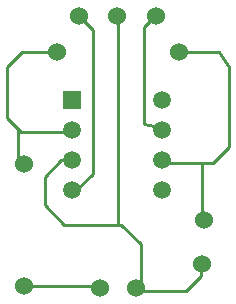
<source format=gtl>
G04 Layer: TopLayer*
G04 EasyEDA v6.3.43, 2020-06-06T15:57:54+05:30*
G04 0c4f591c9b8d4e2986bfd51771ce5363,ce87656978294113a3ba7bd55cf5f399,10*
G04 Gerber Generator version 0.2*
G04 Scale: 100 percent, Rotated: No, Reflected: No *
G04 Dimensions in millimeters *
G04 leading zeros omitted , absolute positions ,3 integer and 3 decimal *
%FSLAX33Y33*%
%MOMM*%
G90*
G71D02*

%ADD10C,0.254000*%
%ADD11C,1.524000*%
%ADD12C,1.499997*%
%ADD13R,1.499997X1.499997*%

%LPD*%
G54D10*
G01X18796Y3937D02*
G01X18796Y2794D01*
G01X17526Y1524D01*
G01X13843Y1524D01*
G01X18923Y7493D02*
G01X18923Y12319D01*
G01X11811Y24765D02*
G01X11811Y7112D01*
G01X14986Y24892D02*
G01X13970Y23876D01*
G01X13970Y21717D01*
G01X13970Y17526D01*
G01X13970Y15621D01*
G01X15240Y15367D01*
G01X8509Y24892D02*
G01X8509Y24765D01*
G01X9652Y23622D01*
G01X9652Y11430D01*
G01X8001Y9779D01*
G01X6659Y21717D02*
G01X3683Y21717D01*
G01X2413Y20447D01*
G01X2413Y16129D01*
G01X3556Y14986D01*
G01X7747Y14986D01*
G01X7874Y15113D01*
G01X16962Y21717D02*
G01X20320Y21717D01*
G01X21209Y20447D01*
G01X21209Y13716D01*
G01X19812Y12319D01*
G01X15748Y12319D01*
G01X15494Y12573D01*
G01X7620Y12573D02*
G01X6985Y12573D01*
G01X5588Y11176D01*
G01X5588Y8763D01*
G01X7239Y7112D01*
G01X12065Y7112D01*
G01X13716Y5461D01*
G01X13716Y2159D01*
G01X13335Y1778D01*
G01X3810Y1961D02*
G01X10103Y1961D01*
G01X10287Y1778D01*
G01X3365Y15176D02*
G01X3365Y12706D01*
G01X3810Y12262D01*
G54D11*
G01X13335Y1778D03*
G01X18923Y3810D03*
G01X8509Y24765D03*
G01X14986Y24765D03*
G01X10287Y1778D03*
G01X11684Y24765D03*
G01X19050Y7493D03*
G54D12*
G01X15494Y10033D03*
G01X15494Y12573D03*
G01X15494Y15113D03*
G01X15494Y17653D03*
G01X7874Y10033D03*
G01X7874Y12573D03*
G01X7874Y15113D03*
G54D13*
G01X7874Y17653D03*
G54D11*
G01X6660Y21717D03*
G01X16961Y21717D03*
G01X3810Y1961D03*
G01X3810Y12262D03*
M00*
M02*

</source>
